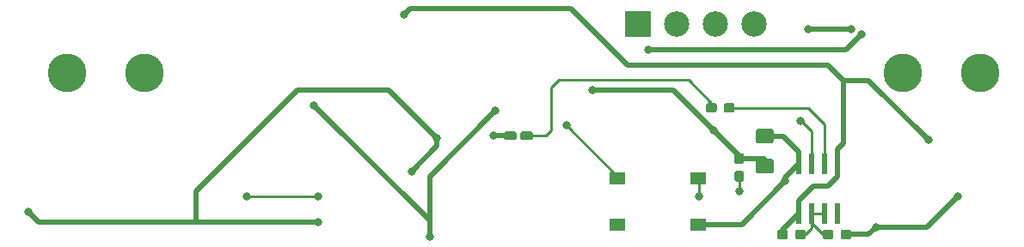
<source format=gbl>
G04 #@! TF.GenerationSoftware,KiCad,Pcbnew,5.1.5+dfsg1-2build2*
G04 #@! TF.CreationDate,2020-09-23T11:02:05-04:00*
G04 #@! TF.ProjectId,Wifi_Geiger,57696669-5f47-4656-9967-65722e6b6963,rev?*
G04 #@! TF.SameCoordinates,Original*
G04 #@! TF.FileFunction,Copper,L2,Bot*
G04 #@! TF.FilePolarity,Positive*
%FSLAX46Y46*%
G04 Gerber Fmt 4.6, Leading zero omitted, Abs format (unit mm)*
G04 Created by KiCad (PCBNEW 5.1.5+dfsg1-2build2) date 2020-09-23 11:02:05*
%MOMM*%
%LPD*%
G04 APERTURE LIST*
%ADD10C,0.100000*%
%ADD11R,2.499360X2.499360*%
%ADD12C,2.499360*%
%ADD13R,1.550000X1.300000*%
%ADD14R,0.600000X2.000000*%
%ADD15C,3.810000*%
%ADD16C,0.800000*%
%ADD17C,0.500000*%
%ADD18C,0.250000*%
G04 APERTURE END LIST*
G04 #@! TA.AperFunction,SMDPad,CuDef*
D10*
G36*
X187060779Y-131276144D02*
G01*
X187083834Y-131279563D01*
X187106443Y-131285227D01*
X187128387Y-131293079D01*
X187149457Y-131303044D01*
X187169448Y-131315026D01*
X187188168Y-131328910D01*
X187205438Y-131344562D01*
X187221090Y-131361832D01*
X187234974Y-131380552D01*
X187246956Y-131400543D01*
X187256921Y-131421613D01*
X187264773Y-131443557D01*
X187270437Y-131466166D01*
X187273856Y-131489221D01*
X187275000Y-131512500D01*
X187275000Y-131987500D01*
X187273856Y-132010779D01*
X187270437Y-132033834D01*
X187264773Y-132056443D01*
X187256921Y-132078387D01*
X187246956Y-132099457D01*
X187234974Y-132119448D01*
X187221090Y-132138168D01*
X187205438Y-132155438D01*
X187188168Y-132171090D01*
X187169448Y-132184974D01*
X187149457Y-132196956D01*
X187128387Y-132206921D01*
X187106443Y-132214773D01*
X187083834Y-132220437D01*
X187060779Y-132223856D01*
X187037500Y-132225000D01*
X186462500Y-132225000D01*
X186439221Y-132223856D01*
X186416166Y-132220437D01*
X186393557Y-132214773D01*
X186371613Y-132206921D01*
X186350543Y-132196956D01*
X186330552Y-132184974D01*
X186311832Y-132171090D01*
X186294562Y-132155438D01*
X186278910Y-132138168D01*
X186265026Y-132119448D01*
X186253044Y-132099457D01*
X186243079Y-132078387D01*
X186235227Y-132056443D01*
X186229563Y-132033834D01*
X186226144Y-132010779D01*
X186225000Y-131987500D01*
X186225000Y-131512500D01*
X186226144Y-131489221D01*
X186229563Y-131466166D01*
X186235227Y-131443557D01*
X186243079Y-131421613D01*
X186253044Y-131400543D01*
X186265026Y-131380552D01*
X186278910Y-131361832D01*
X186294562Y-131344562D01*
X186311832Y-131328910D01*
X186330552Y-131315026D01*
X186350543Y-131303044D01*
X186371613Y-131293079D01*
X186393557Y-131285227D01*
X186416166Y-131279563D01*
X186439221Y-131276144D01*
X186462500Y-131275000D01*
X187037500Y-131275000D01*
X187060779Y-131276144D01*
G37*
G04 #@! TD.AperFunction*
G04 #@! TA.AperFunction,SMDPad,CuDef*
G36*
X188810779Y-131276144D02*
G01*
X188833834Y-131279563D01*
X188856443Y-131285227D01*
X188878387Y-131293079D01*
X188899457Y-131303044D01*
X188919448Y-131315026D01*
X188938168Y-131328910D01*
X188955438Y-131344562D01*
X188971090Y-131361832D01*
X188984974Y-131380552D01*
X188996956Y-131400543D01*
X189006921Y-131421613D01*
X189014773Y-131443557D01*
X189020437Y-131466166D01*
X189023856Y-131489221D01*
X189025000Y-131512500D01*
X189025000Y-131987500D01*
X189023856Y-132010779D01*
X189020437Y-132033834D01*
X189014773Y-132056443D01*
X189006921Y-132078387D01*
X188996956Y-132099457D01*
X188984974Y-132119448D01*
X188971090Y-132138168D01*
X188955438Y-132155438D01*
X188938168Y-132171090D01*
X188919448Y-132184974D01*
X188899457Y-132196956D01*
X188878387Y-132206921D01*
X188856443Y-132214773D01*
X188833834Y-132220437D01*
X188810779Y-132223856D01*
X188787500Y-132225000D01*
X188212500Y-132225000D01*
X188189221Y-132223856D01*
X188166166Y-132220437D01*
X188143557Y-132214773D01*
X188121613Y-132206921D01*
X188100543Y-132196956D01*
X188080552Y-132184974D01*
X188061832Y-132171090D01*
X188044562Y-132155438D01*
X188028910Y-132138168D01*
X188015026Y-132119448D01*
X188003044Y-132099457D01*
X187993079Y-132078387D01*
X187985227Y-132056443D01*
X187979563Y-132033834D01*
X187976144Y-132010779D01*
X187975000Y-131987500D01*
X187975000Y-131512500D01*
X187976144Y-131489221D01*
X187979563Y-131466166D01*
X187985227Y-131443557D01*
X187993079Y-131421613D01*
X188003044Y-131400543D01*
X188015026Y-131380552D01*
X188028910Y-131361832D01*
X188044562Y-131344562D01*
X188061832Y-131328910D01*
X188080552Y-131315026D01*
X188100543Y-131303044D01*
X188121613Y-131293079D01*
X188143557Y-131285227D01*
X188166166Y-131279563D01*
X188189221Y-131276144D01*
X188212500Y-131275000D01*
X188787500Y-131275000D01*
X188810779Y-131276144D01*
G37*
G04 #@! TD.AperFunction*
G04 #@! TA.AperFunction,SMDPad,CuDef*
G36*
X155858329Y-121576023D02*
G01*
X155878957Y-121579083D01*
X155899185Y-121584150D01*
X155918820Y-121591176D01*
X155937672Y-121600092D01*
X155955559Y-121610813D01*
X155972309Y-121623235D01*
X155987760Y-121637240D01*
X156001765Y-121652691D01*
X156014187Y-121669441D01*
X156024908Y-121687328D01*
X156033824Y-121706180D01*
X156040850Y-121725815D01*
X156045917Y-121746043D01*
X156048977Y-121766671D01*
X156050000Y-121787500D01*
X156050000Y-122212500D01*
X156048977Y-122233329D01*
X156045917Y-122253957D01*
X156040850Y-122274185D01*
X156033824Y-122293820D01*
X156024908Y-122312672D01*
X156014187Y-122330559D01*
X156001765Y-122347309D01*
X155987760Y-122362760D01*
X155972309Y-122376765D01*
X155955559Y-122389187D01*
X155937672Y-122399908D01*
X155918820Y-122408824D01*
X155899185Y-122415850D01*
X155878957Y-122420917D01*
X155858329Y-122423977D01*
X155837500Y-122425000D01*
X155037500Y-122425000D01*
X155016671Y-122423977D01*
X154996043Y-122420917D01*
X154975815Y-122415850D01*
X154956180Y-122408824D01*
X154937328Y-122399908D01*
X154919441Y-122389187D01*
X154902691Y-122376765D01*
X154887240Y-122362760D01*
X154873235Y-122347309D01*
X154860813Y-122330559D01*
X154850092Y-122312672D01*
X154841176Y-122293820D01*
X154834150Y-122274185D01*
X154829083Y-122253957D01*
X154826023Y-122233329D01*
X154825000Y-122212500D01*
X154825000Y-121787500D01*
X154826023Y-121766671D01*
X154829083Y-121746043D01*
X154834150Y-121725815D01*
X154841176Y-121706180D01*
X154850092Y-121687328D01*
X154860813Y-121669441D01*
X154873235Y-121652691D01*
X154887240Y-121637240D01*
X154902691Y-121623235D01*
X154919441Y-121610813D01*
X154937328Y-121600092D01*
X154956180Y-121591176D01*
X154975815Y-121584150D01*
X154996043Y-121579083D01*
X155016671Y-121576023D01*
X155037500Y-121575000D01*
X155837500Y-121575000D01*
X155858329Y-121576023D01*
G37*
G04 #@! TD.AperFunction*
G04 #@! TA.AperFunction,SMDPad,CuDef*
G36*
X157483329Y-121576023D02*
G01*
X157503957Y-121579083D01*
X157524185Y-121584150D01*
X157543820Y-121591176D01*
X157562672Y-121600092D01*
X157580559Y-121610813D01*
X157597309Y-121623235D01*
X157612760Y-121637240D01*
X157626765Y-121652691D01*
X157639187Y-121669441D01*
X157649908Y-121687328D01*
X157658824Y-121706180D01*
X157665850Y-121725815D01*
X157670917Y-121746043D01*
X157673977Y-121766671D01*
X157675000Y-121787500D01*
X157675000Y-122212500D01*
X157673977Y-122233329D01*
X157670917Y-122253957D01*
X157665850Y-122274185D01*
X157658824Y-122293820D01*
X157649908Y-122312672D01*
X157639187Y-122330559D01*
X157626765Y-122347309D01*
X157612760Y-122362760D01*
X157597309Y-122376765D01*
X157580559Y-122389187D01*
X157562672Y-122399908D01*
X157543820Y-122408824D01*
X157524185Y-122415850D01*
X157503957Y-122420917D01*
X157483329Y-122423977D01*
X157462500Y-122425000D01*
X156662500Y-122425000D01*
X156641671Y-122423977D01*
X156621043Y-122420917D01*
X156600815Y-122415850D01*
X156581180Y-122408824D01*
X156562328Y-122399908D01*
X156544441Y-122389187D01*
X156527691Y-122376765D01*
X156512240Y-122362760D01*
X156498235Y-122347309D01*
X156485813Y-122330559D01*
X156475092Y-122312672D01*
X156466176Y-122293820D01*
X156459150Y-122274185D01*
X156454083Y-122253957D01*
X156451023Y-122233329D01*
X156450000Y-122212500D01*
X156450000Y-121787500D01*
X156451023Y-121766671D01*
X156454083Y-121746043D01*
X156459150Y-121725815D01*
X156466176Y-121706180D01*
X156475092Y-121687328D01*
X156485813Y-121669441D01*
X156498235Y-121652691D01*
X156512240Y-121637240D01*
X156527691Y-121623235D01*
X156544441Y-121610813D01*
X156562328Y-121600092D01*
X156581180Y-121591176D01*
X156600815Y-121584150D01*
X156621043Y-121579083D01*
X156641671Y-121576023D01*
X156662500Y-121575000D01*
X157462500Y-121575000D01*
X157483329Y-121576023D01*
G37*
G04 #@! TD.AperFunction*
G04 #@! TA.AperFunction,SMDPad,CuDef*
G36*
X181149504Y-121313704D02*
G01*
X181173773Y-121317304D01*
X181197571Y-121323265D01*
X181220671Y-121331530D01*
X181242849Y-121342020D01*
X181263893Y-121354633D01*
X181283598Y-121369247D01*
X181301777Y-121385723D01*
X181318253Y-121403902D01*
X181332867Y-121423607D01*
X181345480Y-121444651D01*
X181355970Y-121466829D01*
X181364235Y-121489929D01*
X181370196Y-121513727D01*
X181373796Y-121537996D01*
X181375000Y-121562500D01*
X181375000Y-122487500D01*
X181373796Y-122512004D01*
X181370196Y-122536273D01*
X181364235Y-122560071D01*
X181355970Y-122583171D01*
X181345480Y-122605349D01*
X181332867Y-122626393D01*
X181318253Y-122646098D01*
X181301777Y-122664277D01*
X181283598Y-122680753D01*
X181263893Y-122695367D01*
X181242849Y-122707980D01*
X181220671Y-122718470D01*
X181197571Y-122726735D01*
X181173773Y-122732696D01*
X181149504Y-122736296D01*
X181125000Y-122737500D01*
X179875000Y-122737500D01*
X179850496Y-122736296D01*
X179826227Y-122732696D01*
X179802429Y-122726735D01*
X179779329Y-122718470D01*
X179757151Y-122707980D01*
X179736107Y-122695367D01*
X179716402Y-122680753D01*
X179698223Y-122664277D01*
X179681747Y-122646098D01*
X179667133Y-122626393D01*
X179654520Y-122605349D01*
X179644030Y-122583171D01*
X179635765Y-122560071D01*
X179629804Y-122536273D01*
X179626204Y-122512004D01*
X179625000Y-122487500D01*
X179625000Y-121562500D01*
X179626204Y-121537996D01*
X179629804Y-121513727D01*
X179635765Y-121489929D01*
X179644030Y-121466829D01*
X179654520Y-121444651D01*
X179667133Y-121423607D01*
X179681747Y-121403902D01*
X179698223Y-121385723D01*
X179716402Y-121369247D01*
X179736107Y-121354633D01*
X179757151Y-121342020D01*
X179779329Y-121331530D01*
X179802429Y-121323265D01*
X179826227Y-121317304D01*
X179850496Y-121313704D01*
X179875000Y-121312500D01*
X181125000Y-121312500D01*
X181149504Y-121313704D01*
G37*
G04 #@! TD.AperFunction*
G04 #@! TA.AperFunction,SMDPad,CuDef*
G36*
X181149504Y-124288704D02*
G01*
X181173773Y-124292304D01*
X181197571Y-124298265D01*
X181220671Y-124306530D01*
X181242849Y-124317020D01*
X181263893Y-124329633D01*
X181283598Y-124344247D01*
X181301777Y-124360723D01*
X181318253Y-124378902D01*
X181332867Y-124398607D01*
X181345480Y-124419651D01*
X181355970Y-124441829D01*
X181364235Y-124464929D01*
X181370196Y-124488727D01*
X181373796Y-124512996D01*
X181375000Y-124537500D01*
X181375000Y-125462500D01*
X181373796Y-125487004D01*
X181370196Y-125511273D01*
X181364235Y-125535071D01*
X181355970Y-125558171D01*
X181345480Y-125580349D01*
X181332867Y-125601393D01*
X181318253Y-125621098D01*
X181301777Y-125639277D01*
X181283598Y-125655753D01*
X181263893Y-125670367D01*
X181242849Y-125682980D01*
X181220671Y-125693470D01*
X181197571Y-125701735D01*
X181173773Y-125707696D01*
X181149504Y-125711296D01*
X181125000Y-125712500D01*
X179875000Y-125712500D01*
X179850496Y-125711296D01*
X179826227Y-125707696D01*
X179802429Y-125701735D01*
X179779329Y-125693470D01*
X179757151Y-125682980D01*
X179736107Y-125670367D01*
X179716402Y-125655753D01*
X179698223Y-125639277D01*
X179681747Y-125621098D01*
X179667133Y-125601393D01*
X179654520Y-125580349D01*
X179644030Y-125558171D01*
X179635765Y-125535071D01*
X179629804Y-125511273D01*
X179626204Y-125487004D01*
X179625000Y-125462500D01*
X179625000Y-124537500D01*
X179626204Y-124512996D01*
X179629804Y-124488727D01*
X179635765Y-124464929D01*
X179644030Y-124441829D01*
X179654520Y-124419651D01*
X179667133Y-124398607D01*
X179681747Y-124378902D01*
X179698223Y-124360723D01*
X179716402Y-124344247D01*
X179736107Y-124329633D01*
X179757151Y-124317020D01*
X179779329Y-124306530D01*
X179802429Y-124298265D01*
X179826227Y-124292304D01*
X179850496Y-124288704D01*
X179875000Y-124287500D01*
X181125000Y-124287500D01*
X181149504Y-124288704D01*
G37*
G04 #@! TD.AperFunction*
D11*
X168000000Y-111000000D03*
D12*
X171810000Y-111000000D03*
X175620000Y-111000000D03*
X179430000Y-111000000D03*
G04 #@! TA.AperFunction,SMDPad,CuDef*
D10*
G36*
X182560779Y-131276144D02*
G01*
X182583834Y-131279563D01*
X182606443Y-131285227D01*
X182628387Y-131293079D01*
X182649457Y-131303044D01*
X182669448Y-131315026D01*
X182688168Y-131328910D01*
X182705438Y-131344562D01*
X182721090Y-131361832D01*
X182734974Y-131380552D01*
X182746956Y-131400543D01*
X182756921Y-131421613D01*
X182764773Y-131443557D01*
X182770437Y-131466166D01*
X182773856Y-131489221D01*
X182775000Y-131512500D01*
X182775000Y-131987500D01*
X182773856Y-132010779D01*
X182770437Y-132033834D01*
X182764773Y-132056443D01*
X182756921Y-132078387D01*
X182746956Y-132099457D01*
X182734974Y-132119448D01*
X182721090Y-132138168D01*
X182705438Y-132155438D01*
X182688168Y-132171090D01*
X182669448Y-132184974D01*
X182649457Y-132196956D01*
X182628387Y-132206921D01*
X182606443Y-132214773D01*
X182583834Y-132220437D01*
X182560779Y-132223856D01*
X182537500Y-132225000D01*
X181962500Y-132225000D01*
X181939221Y-132223856D01*
X181916166Y-132220437D01*
X181893557Y-132214773D01*
X181871613Y-132206921D01*
X181850543Y-132196956D01*
X181830552Y-132184974D01*
X181811832Y-132171090D01*
X181794562Y-132155438D01*
X181778910Y-132138168D01*
X181765026Y-132119448D01*
X181753044Y-132099457D01*
X181743079Y-132078387D01*
X181735227Y-132056443D01*
X181729563Y-132033834D01*
X181726144Y-132010779D01*
X181725000Y-131987500D01*
X181725000Y-131512500D01*
X181726144Y-131489221D01*
X181729563Y-131466166D01*
X181735227Y-131443557D01*
X181743079Y-131421613D01*
X181753044Y-131400543D01*
X181765026Y-131380552D01*
X181778910Y-131361832D01*
X181794562Y-131344562D01*
X181811832Y-131328910D01*
X181830552Y-131315026D01*
X181850543Y-131303044D01*
X181871613Y-131293079D01*
X181893557Y-131285227D01*
X181916166Y-131279563D01*
X181939221Y-131276144D01*
X181962500Y-131275000D01*
X182537500Y-131275000D01*
X182560779Y-131276144D01*
G37*
G04 #@! TD.AperFunction*
G04 #@! TA.AperFunction,SMDPad,CuDef*
G36*
X184310779Y-131276144D02*
G01*
X184333834Y-131279563D01*
X184356443Y-131285227D01*
X184378387Y-131293079D01*
X184399457Y-131303044D01*
X184419448Y-131315026D01*
X184438168Y-131328910D01*
X184455438Y-131344562D01*
X184471090Y-131361832D01*
X184484974Y-131380552D01*
X184496956Y-131400543D01*
X184506921Y-131421613D01*
X184514773Y-131443557D01*
X184520437Y-131466166D01*
X184523856Y-131489221D01*
X184525000Y-131512500D01*
X184525000Y-131987500D01*
X184523856Y-132010779D01*
X184520437Y-132033834D01*
X184514773Y-132056443D01*
X184506921Y-132078387D01*
X184496956Y-132099457D01*
X184484974Y-132119448D01*
X184471090Y-132138168D01*
X184455438Y-132155438D01*
X184438168Y-132171090D01*
X184419448Y-132184974D01*
X184399457Y-132196956D01*
X184378387Y-132206921D01*
X184356443Y-132214773D01*
X184333834Y-132220437D01*
X184310779Y-132223856D01*
X184287500Y-132225000D01*
X183712500Y-132225000D01*
X183689221Y-132223856D01*
X183666166Y-132220437D01*
X183643557Y-132214773D01*
X183621613Y-132206921D01*
X183600543Y-132196956D01*
X183580552Y-132184974D01*
X183561832Y-132171090D01*
X183544562Y-132155438D01*
X183528910Y-132138168D01*
X183515026Y-132119448D01*
X183503044Y-132099457D01*
X183493079Y-132078387D01*
X183485227Y-132056443D01*
X183479563Y-132033834D01*
X183476144Y-132010779D01*
X183475000Y-131987500D01*
X183475000Y-131512500D01*
X183476144Y-131489221D01*
X183479563Y-131466166D01*
X183485227Y-131443557D01*
X183493079Y-131421613D01*
X183503044Y-131400543D01*
X183515026Y-131380552D01*
X183528910Y-131361832D01*
X183544562Y-131344562D01*
X183561832Y-131328910D01*
X183580552Y-131315026D01*
X183600543Y-131303044D01*
X183621613Y-131293079D01*
X183643557Y-131285227D01*
X183666166Y-131279563D01*
X183689221Y-131276144D01*
X183712500Y-131275000D01*
X184287500Y-131275000D01*
X184310779Y-131276144D01*
G37*
G04 #@! TD.AperFunction*
G04 #@! TA.AperFunction,SMDPad,CuDef*
G36*
X177310779Y-118776144D02*
G01*
X177333834Y-118779563D01*
X177356443Y-118785227D01*
X177378387Y-118793079D01*
X177399457Y-118803044D01*
X177419448Y-118815026D01*
X177438168Y-118828910D01*
X177455438Y-118844562D01*
X177471090Y-118861832D01*
X177484974Y-118880552D01*
X177496956Y-118900543D01*
X177506921Y-118921613D01*
X177514773Y-118943557D01*
X177520437Y-118966166D01*
X177523856Y-118989221D01*
X177525000Y-119012500D01*
X177525000Y-119487500D01*
X177523856Y-119510779D01*
X177520437Y-119533834D01*
X177514773Y-119556443D01*
X177506921Y-119578387D01*
X177496956Y-119599457D01*
X177484974Y-119619448D01*
X177471090Y-119638168D01*
X177455438Y-119655438D01*
X177438168Y-119671090D01*
X177419448Y-119684974D01*
X177399457Y-119696956D01*
X177378387Y-119706921D01*
X177356443Y-119714773D01*
X177333834Y-119720437D01*
X177310779Y-119723856D01*
X177287500Y-119725000D01*
X176712500Y-119725000D01*
X176689221Y-119723856D01*
X176666166Y-119720437D01*
X176643557Y-119714773D01*
X176621613Y-119706921D01*
X176600543Y-119696956D01*
X176580552Y-119684974D01*
X176561832Y-119671090D01*
X176544562Y-119655438D01*
X176528910Y-119638168D01*
X176515026Y-119619448D01*
X176503044Y-119599457D01*
X176493079Y-119578387D01*
X176485227Y-119556443D01*
X176479563Y-119533834D01*
X176476144Y-119510779D01*
X176475000Y-119487500D01*
X176475000Y-119012500D01*
X176476144Y-118989221D01*
X176479563Y-118966166D01*
X176485227Y-118943557D01*
X176493079Y-118921613D01*
X176503044Y-118900543D01*
X176515026Y-118880552D01*
X176528910Y-118861832D01*
X176544562Y-118844562D01*
X176561832Y-118828910D01*
X176580552Y-118815026D01*
X176600543Y-118803044D01*
X176621613Y-118793079D01*
X176643557Y-118785227D01*
X176666166Y-118779563D01*
X176689221Y-118776144D01*
X176712500Y-118775000D01*
X177287500Y-118775000D01*
X177310779Y-118776144D01*
G37*
G04 #@! TD.AperFunction*
G04 #@! TA.AperFunction,SMDPad,CuDef*
G36*
X175560779Y-118776144D02*
G01*
X175583834Y-118779563D01*
X175606443Y-118785227D01*
X175628387Y-118793079D01*
X175649457Y-118803044D01*
X175669448Y-118815026D01*
X175688168Y-118828910D01*
X175705438Y-118844562D01*
X175721090Y-118861832D01*
X175734974Y-118880552D01*
X175746956Y-118900543D01*
X175756921Y-118921613D01*
X175764773Y-118943557D01*
X175770437Y-118966166D01*
X175773856Y-118989221D01*
X175775000Y-119012500D01*
X175775000Y-119487500D01*
X175773856Y-119510779D01*
X175770437Y-119533834D01*
X175764773Y-119556443D01*
X175756921Y-119578387D01*
X175746956Y-119599457D01*
X175734974Y-119619448D01*
X175721090Y-119638168D01*
X175705438Y-119655438D01*
X175688168Y-119671090D01*
X175669448Y-119684974D01*
X175649457Y-119696956D01*
X175628387Y-119706921D01*
X175606443Y-119714773D01*
X175583834Y-119720437D01*
X175560779Y-119723856D01*
X175537500Y-119725000D01*
X174962500Y-119725000D01*
X174939221Y-119723856D01*
X174916166Y-119720437D01*
X174893557Y-119714773D01*
X174871613Y-119706921D01*
X174850543Y-119696956D01*
X174830552Y-119684974D01*
X174811832Y-119671090D01*
X174794562Y-119655438D01*
X174778910Y-119638168D01*
X174765026Y-119619448D01*
X174753044Y-119599457D01*
X174743079Y-119578387D01*
X174735227Y-119556443D01*
X174729563Y-119533834D01*
X174726144Y-119510779D01*
X174725000Y-119487500D01*
X174725000Y-119012500D01*
X174726144Y-118989221D01*
X174729563Y-118966166D01*
X174735227Y-118943557D01*
X174743079Y-118921613D01*
X174753044Y-118900543D01*
X174765026Y-118880552D01*
X174778910Y-118861832D01*
X174794562Y-118844562D01*
X174811832Y-118828910D01*
X174830552Y-118815026D01*
X174850543Y-118803044D01*
X174871613Y-118793079D01*
X174893557Y-118785227D01*
X174916166Y-118779563D01*
X174939221Y-118776144D01*
X174962500Y-118775000D01*
X175537500Y-118775000D01*
X175560779Y-118776144D01*
G37*
G04 #@! TD.AperFunction*
G04 #@! TA.AperFunction,SMDPad,CuDef*
G36*
X178260779Y-125476144D02*
G01*
X178283834Y-125479563D01*
X178306443Y-125485227D01*
X178328387Y-125493079D01*
X178349457Y-125503044D01*
X178369448Y-125515026D01*
X178388168Y-125528910D01*
X178405438Y-125544562D01*
X178421090Y-125561832D01*
X178434974Y-125580552D01*
X178446956Y-125600543D01*
X178456921Y-125621613D01*
X178464773Y-125643557D01*
X178470437Y-125666166D01*
X178473856Y-125689221D01*
X178475000Y-125712500D01*
X178475000Y-126287500D01*
X178473856Y-126310779D01*
X178470437Y-126333834D01*
X178464773Y-126356443D01*
X178456921Y-126378387D01*
X178446956Y-126399457D01*
X178434974Y-126419448D01*
X178421090Y-126438168D01*
X178405438Y-126455438D01*
X178388168Y-126471090D01*
X178369448Y-126484974D01*
X178349457Y-126496956D01*
X178328387Y-126506921D01*
X178306443Y-126514773D01*
X178283834Y-126520437D01*
X178260779Y-126523856D01*
X178237500Y-126525000D01*
X177762500Y-126525000D01*
X177739221Y-126523856D01*
X177716166Y-126520437D01*
X177693557Y-126514773D01*
X177671613Y-126506921D01*
X177650543Y-126496956D01*
X177630552Y-126484974D01*
X177611832Y-126471090D01*
X177594562Y-126455438D01*
X177578910Y-126438168D01*
X177565026Y-126419448D01*
X177553044Y-126399457D01*
X177543079Y-126378387D01*
X177535227Y-126356443D01*
X177529563Y-126333834D01*
X177526144Y-126310779D01*
X177525000Y-126287500D01*
X177525000Y-125712500D01*
X177526144Y-125689221D01*
X177529563Y-125666166D01*
X177535227Y-125643557D01*
X177543079Y-125621613D01*
X177553044Y-125600543D01*
X177565026Y-125580552D01*
X177578910Y-125561832D01*
X177594562Y-125544562D01*
X177611832Y-125528910D01*
X177630552Y-125515026D01*
X177650543Y-125503044D01*
X177671613Y-125493079D01*
X177693557Y-125485227D01*
X177716166Y-125479563D01*
X177739221Y-125476144D01*
X177762500Y-125475000D01*
X178237500Y-125475000D01*
X178260779Y-125476144D01*
G37*
G04 #@! TD.AperFunction*
G04 #@! TA.AperFunction,SMDPad,CuDef*
G36*
X178260779Y-123726144D02*
G01*
X178283834Y-123729563D01*
X178306443Y-123735227D01*
X178328387Y-123743079D01*
X178349457Y-123753044D01*
X178369448Y-123765026D01*
X178388168Y-123778910D01*
X178405438Y-123794562D01*
X178421090Y-123811832D01*
X178434974Y-123830552D01*
X178446956Y-123850543D01*
X178456921Y-123871613D01*
X178464773Y-123893557D01*
X178470437Y-123916166D01*
X178473856Y-123939221D01*
X178475000Y-123962500D01*
X178475000Y-124537500D01*
X178473856Y-124560779D01*
X178470437Y-124583834D01*
X178464773Y-124606443D01*
X178456921Y-124628387D01*
X178446956Y-124649457D01*
X178434974Y-124669448D01*
X178421090Y-124688168D01*
X178405438Y-124705438D01*
X178388168Y-124721090D01*
X178369448Y-124734974D01*
X178349457Y-124746956D01*
X178328387Y-124756921D01*
X178306443Y-124764773D01*
X178283834Y-124770437D01*
X178260779Y-124773856D01*
X178237500Y-124775000D01*
X177762500Y-124775000D01*
X177739221Y-124773856D01*
X177716166Y-124770437D01*
X177693557Y-124764773D01*
X177671613Y-124756921D01*
X177650543Y-124746956D01*
X177630552Y-124734974D01*
X177611832Y-124721090D01*
X177594562Y-124705438D01*
X177578910Y-124688168D01*
X177565026Y-124669448D01*
X177553044Y-124649457D01*
X177543079Y-124628387D01*
X177535227Y-124606443D01*
X177529563Y-124583834D01*
X177526144Y-124560779D01*
X177525000Y-124537500D01*
X177525000Y-123962500D01*
X177526144Y-123939221D01*
X177529563Y-123916166D01*
X177535227Y-123893557D01*
X177543079Y-123871613D01*
X177553044Y-123850543D01*
X177565026Y-123830552D01*
X177578910Y-123811832D01*
X177594562Y-123794562D01*
X177611832Y-123778910D01*
X177630552Y-123765026D01*
X177650543Y-123753044D01*
X177671613Y-123743079D01*
X177693557Y-123735227D01*
X177716166Y-123729563D01*
X177739221Y-123726144D01*
X177762500Y-123725000D01*
X178237500Y-123725000D01*
X178260779Y-123726144D01*
G37*
G04 #@! TD.AperFunction*
D13*
X166025000Y-130750000D03*
X173975000Y-130750000D03*
X166025000Y-126250000D03*
X173975000Y-126250000D03*
D14*
X183845000Y-124800000D03*
X185115000Y-124800000D03*
X187655000Y-124800000D03*
X187655000Y-129700000D03*
X186385000Y-129700000D03*
X185115000Y-129700000D03*
X183845000Y-129700000D03*
X186385000Y-124800000D03*
D15*
X194140000Y-115824000D03*
X201760000Y-115824000D03*
X119380000Y-115824000D03*
X111760000Y-115824000D03*
D16*
X147500000Y-132000000D03*
X136125000Y-118975000D03*
X154000000Y-119500000D03*
X145000000Y-110000000D03*
X196596000Y-122428000D03*
X108000000Y-129500000D03*
X136500000Y-130500000D03*
X182500000Y-126500000D03*
X191500000Y-131000000D03*
X145750000Y-125500000D03*
X148250000Y-122250000D03*
X184750000Y-111500000D03*
X189000000Y-111500000D03*
X153800000Y-122000000D03*
X199500000Y-128000000D03*
X163500000Y-117500000D03*
X169000000Y-113500000D03*
X190000000Y-112000000D03*
X175500000Y-121500000D03*
X129500000Y-128000000D03*
X136500000Y-128000000D03*
X161000000Y-121000000D03*
X178000000Y-127500000D03*
X174000000Y-128000000D03*
X184000000Y-120500000D03*
D17*
X147500000Y-130350000D02*
X136125000Y-118975000D01*
X147500000Y-132000000D02*
X147500000Y-130350000D01*
X147500000Y-126000000D02*
X154000000Y-119500000D01*
X147500000Y-132000000D02*
X147500000Y-126000000D01*
X145574681Y-109425319D02*
X161425319Y-109425319D01*
X145000000Y-110000000D02*
X145574681Y-109425319D01*
X161425319Y-109425319D02*
X167000000Y-115000000D01*
X167000000Y-115000000D02*
X186750000Y-115000000D01*
X183825000Y-129700000D02*
X183845000Y-129700000D01*
X182250000Y-131275000D02*
X183825000Y-129700000D01*
X182250000Y-131750000D02*
X182250000Y-131275000D01*
X188270000Y-122750000D02*
X187655000Y-123365000D01*
X187655000Y-123365000D02*
X187655000Y-124800000D01*
X188270000Y-116520000D02*
X188270000Y-122750000D01*
X186750000Y-115000000D02*
X188270000Y-116520000D01*
X187655000Y-126050000D02*
X186705000Y-127000000D01*
X187655000Y-124800000D02*
X187655000Y-126050000D01*
X183845000Y-128450000D02*
X183845000Y-129700000D01*
X185295000Y-127000000D02*
X183845000Y-128450000D01*
X186705000Y-127000000D02*
X185295000Y-127000000D01*
X190688000Y-116520000D02*
X196596000Y-122428000D01*
X188270000Y-116520000D02*
X190688000Y-116520000D01*
X108000000Y-129500000D02*
X109000000Y-130500000D01*
X178250000Y-130750000D02*
X182500000Y-126500000D01*
X173975000Y-130750000D02*
X178250000Y-130750000D01*
X182500000Y-126145000D02*
X183845000Y-124800000D01*
X182500000Y-126500000D02*
X182500000Y-126145000D01*
X182320000Y-122025000D02*
X180500000Y-122025000D01*
X183845000Y-123550000D02*
X182320000Y-122025000D01*
X183845000Y-124800000D02*
X183845000Y-123550000D01*
X190750000Y-131750000D02*
X191500000Y-131000000D01*
X188500000Y-131750000D02*
X190750000Y-131750000D01*
X148250000Y-123000000D02*
X148250000Y-122250000D01*
X145750000Y-125500000D02*
X148250000Y-123000000D01*
X184750000Y-111500000D02*
X189000000Y-111500000D01*
X153800000Y-122000000D02*
X155437500Y-122000000D01*
X196500000Y-131000000D02*
X199500000Y-128000000D01*
X191500000Y-131000000D02*
X196500000Y-131000000D01*
X124500000Y-130500000D02*
X124500000Y-127500000D01*
X109000000Y-130500000D02*
X124500000Y-130500000D01*
X124500000Y-130500000D02*
X136500000Y-130500000D01*
X124500000Y-127500000D02*
X134500000Y-117500000D01*
X143500000Y-117500000D02*
X148250000Y-122250000D01*
X134500000Y-117500000D02*
X143500000Y-117500000D01*
D18*
X185115000Y-131160000D02*
X185115000Y-129700000D01*
X184525000Y-131750000D02*
X185115000Y-131160000D01*
X184000000Y-131750000D02*
X184525000Y-131750000D01*
X185115000Y-130640000D02*
X185115000Y-129700000D01*
X186225000Y-131750000D02*
X185115000Y-130640000D01*
X186750000Y-131750000D02*
X186225000Y-131750000D01*
X185115000Y-129700000D02*
X186385000Y-129700000D01*
D17*
X188500000Y-113500000D02*
X190000000Y-112000000D01*
X169000000Y-113500000D02*
X188500000Y-113500000D01*
X180462500Y-124250000D02*
X178000000Y-124250000D01*
X180500000Y-124287500D02*
X180462500Y-124250000D01*
X180500000Y-125000000D02*
X180500000Y-124287500D01*
X178000000Y-124000000D02*
X178000000Y-124250000D01*
X171500000Y-117500000D02*
X178000000Y-124000000D01*
X163500000Y-117500000D02*
X171500000Y-117500000D01*
D18*
X175250000Y-118775000D02*
X175250000Y-119250000D01*
X172975000Y-116500000D02*
X175250000Y-118775000D01*
X159500000Y-117250000D02*
X160250000Y-116500000D01*
X159500000Y-121500000D02*
X159500000Y-117250000D01*
X159000000Y-122000000D02*
X159500000Y-121500000D01*
X160250000Y-116500000D02*
X172975000Y-116500000D01*
X157062500Y-122000000D02*
X159000000Y-122000000D01*
X129500000Y-128000000D02*
X136500000Y-128000000D01*
X186385000Y-124800000D02*
X186385000Y-120885000D01*
X184750000Y-119250000D02*
X177000000Y-119250000D01*
X186385000Y-120885000D02*
X184750000Y-119250000D01*
X166025000Y-126025000D02*
X166025000Y-126250000D01*
X161000000Y-121000000D02*
X166025000Y-126025000D01*
X178000000Y-127500000D02*
X178000000Y-126000000D01*
X174000000Y-126275000D02*
X173975000Y-126250000D01*
X174000000Y-128000000D02*
X174000000Y-126275000D01*
X184096410Y-120500000D02*
X184000000Y-120500000D01*
X185115000Y-121518590D02*
X184096410Y-120500000D01*
X185115000Y-124800000D02*
X185115000Y-121518590D01*
M02*

</source>
